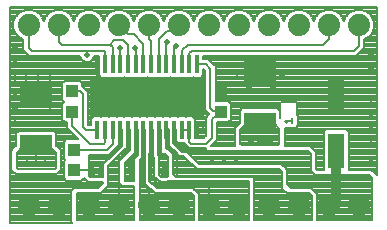
<source format=gtl>
G75*
G70*
%OFA0B0*%
%FSLAX24Y24*%
%IPPOS*%
%LPD*%
%AMOC8*
5,1,8,0,0,1.08239X$1,22.5*
%
%ADD10C,0.0740*%
%ADD11R,0.0118X0.0630*%
%ADD12R,0.3819X0.1339*%
%ADD13R,0.0394X0.0433*%
%ADD14R,0.1063X0.0709*%
%ADD15R,0.0551X0.1181*%
%ADD16C,0.0080*%
%ADD17C,0.0198*%
%ADD18C,0.0160*%
%ADD19C,0.0320*%
%ADD20C,0.0240*%
D10*
X000955Y001550D03*
X001955Y001550D03*
X002955Y001550D03*
X003955Y001550D03*
X004955Y001550D03*
X005955Y001550D03*
X006955Y001550D03*
X007955Y001550D03*
X008955Y001550D03*
X009955Y001550D03*
X010955Y001550D03*
X011955Y001550D03*
X011955Y007550D03*
X010955Y007550D03*
X009955Y007550D03*
X008955Y007550D03*
X007955Y007550D03*
X006955Y007550D03*
X005955Y007550D03*
X004955Y007550D03*
X003955Y007550D03*
X002955Y007550D03*
X001955Y007550D03*
X000955Y007550D03*
D11*
X003242Y006252D03*
X003498Y006252D03*
X003753Y006252D03*
X004009Y006252D03*
X004265Y006252D03*
X004521Y006252D03*
X004777Y006252D03*
X005033Y006252D03*
X005289Y006252D03*
X005545Y006252D03*
X005801Y006252D03*
X006057Y006252D03*
X006312Y006252D03*
X006568Y006252D03*
X006568Y004048D03*
X006312Y004048D03*
X006057Y004048D03*
X005801Y004048D03*
X005545Y004048D03*
X005289Y004048D03*
X005033Y004048D03*
X004777Y004048D03*
X004521Y004048D03*
X004265Y004048D03*
X004009Y004048D03*
X003753Y004048D03*
X003498Y004048D03*
X003242Y004048D03*
D12*
X004905Y005150D03*
D13*
X007355Y005335D03*
X007355Y004665D03*
X002405Y004665D03*
X002405Y005335D03*
X002455Y003385D03*
X002455Y002715D03*
D14*
X001205Y003534D03*
X001205Y005266D03*
X008655Y006016D03*
X008655Y004284D03*
D15*
X011205Y003355D03*
X011205Y005245D03*
D16*
X000345Y008160D02*
X000345Y000940D01*
X002410Y000940D01*
X002375Y000975D01*
X002375Y002025D01*
X002480Y002130D01*
X003280Y002130D01*
X003425Y002275D01*
X003425Y002320D01*
X003424Y002320D01*
X003403Y002311D01*
X003307Y002311D01*
X003286Y002320D01*
X003124Y002320D01*
X003103Y002311D01*
X003007Y002311D01*
X002986Y002320D01*
X002930Y002320D01*
X002825Y002425D01*
X002792Y002459D01*
X002792Y002441D01*
X002710Y002359D01*
X002200Y002359D01*
X002118Y002441D01*
X002118Y002990D01*
X002178Y003050D01*
X002118Y003110D01*
X002118Y003659D01*
X002200Y003741D01*
X002609Y003741D01*
X002330Y004020D01*
X002330Y004020D01*
X002225Y004125D01*
X002225Y004309D01*
X002150Y004309D01*
X002068Y004391D01*
X002068Y004940D01*
X002128Y005000D01*
X002068Y005060D01*
X002068Y005609D01*
X002150Y005691D01*
X002660Y005691D01*
X002742Y005609D01*
X002742Y005518D01*
X002835Y005425D01*
X002935Y005325D01*
X002935Y004228D01*
X003043Y004228D01*
X003043Y004421D01*
X003125Y004503D01*
X003359Y004503D01*
X003370Y004492D01*
X003380Y004503D01*
X003615Y004503D01*
X003625Y004492D01*
X003636Y004503D01*
X003870Y004503D01*
X003881Y004492D01*
X003892Y004503D01*
X004126Y004503D01*
X004137Y004492D01*
X004148Y004503D01*
X004382Y004503D01*
X004393Y004492D01*
X004404Y004503D01*
X004638Y004503D01*
X004649Y004492D01*
X004660Y004503D01*
X004894Y004503D01*
X004905Y004492D01*
X004916Y004503D01*
X005150Y004503D01*
X005161Y004492D01*
X005172Y004503D01*
X005406Y004503D01*
X005417Y004492D01*
X005428Y004503D01*
X005662Y004503D01*
X005673Y004492D01*
X005684Y004503D01*
X005918Y004503D01*
X005929Y004492D01*
X005940Y004503D01*
X006174Y004503D01*
X006185Y004492D01*
X006195Y004503D01*
X006430Y004503D01*
X006512Y004421D01*
X006512Y003780D01*
X006780Y003780D01*
X006875Y003875D01*
X006875Y004350D01*
X006869Y004357D01*
X006875Y004424D01*
X006875Y004490D01*
X006882Y004497D01*
X006882Y004506D01*
X006933Y004548D01*
X006968Y004583D01*
X006925Y004625D01*
X006825Y004725D01*
X002935Y004725D01*
X002935Y004647D02*
X006904Y004647D01*
X006953Y004568D02*
X002935Y004568D01*
X002935Y004490D02*
X003111Y004490D01*
X003043Y004411D02*
X002935Y004411D01*
X002935Y004333D02*
X003043Y004333D01*
X003043Y004254D02*
X002935Y004254D01*
X002755Y004150D02*
X002755Y005250D01*
X002655Y005350D01*
X002470Y005350D01*
X002405Y005335D01*
X002068Y005353D02*
X000345Y005353D01*
X000345Y005275D02*
X002068Y005275D01*
X002068Y005196D02*
X000345Y005196D01*
X000345Y005118D02*
X002068Y005118D01*
X002089Y005039D02*
X000345Y005039D01*
X000345Y004961D02*
X002089Y004961D01*
X002068Y004882D02*
X000345Y004882D01*
X000345Y004804D02*
X002068Y004804D01*
X002068Y004725D02*
X000345Y004725D01*
X000345Y004647D02*
X002068Y004647D01*
X002068Y004568D02*
X000345Y004568D01*
X000345Y004490D02*
X002068Y004490D01*
X002068Y004411D02*
X000345Y004411D01*
X000345Y004333D02*
X002126Y004333D01*
X002225Y004254D02*
X000345Y004254D01*
X000345Y004176D02*
X002225Y004176D01*
X002253Y004097D02*
X000345Y004097D01*
X000345Y004019D02*
X000606Y004019D01*
X000616Y004028D02*
X000534Y003946D01*
X000534Y003533D01*
X000480Y003480D01*
X000375Y003375D01*
X000375Y002725D01*
X000530Y002570D01*
X001880Y002570D01*
X001930Y002620D01*
X002035Y002725D01*
X002035Y003375D01*
X001885Y003525D01*
X001876Y003533D01*
X001876Y003946D01*
X001794Y004028D01*
X000616Y004028D01*
X000534Y003940D02*
X000345Y003940D01*
X000345Y003862D02*
X000534Y003862D01*
X000534Y003783D02*
X000345Y003783D01*
X000345Y003705D02*
X000534Y003705D01*
X000534Y003626D02*
X000345Y003626D01*
X000345Y003548D02*
X000534Y003548D01*
X000469Y003469D02*
X000345Y003469D01*
X000345Y003391D02*
X000391Y003391D01*
X000375Y003312D02*
X000345Y003312D01*
X000345Y003234D02*
X000375Y003234D01*
X000375Y003155D02*
X000345Y003155D01*
X000345Y003077D02*
X000375Y003077D01*
X000375Y002998D02*
X000345Y002998D01*
X000345Y002920D02*
X000375Y002920D01*
X000375Y002841D02*
X000345Y002841D01*
X000345Y002763D02*
X000375Y002763D01*
X000345Y002684D02*
X000416Y002684D01*
X000345Y002606D02*
X000495Y002606D01*
X000345Y002527D02*
X002118Y002527D01*
X002118Y002449D02*
X000345Y002449D01*
X000345Y002370D02*
X002189Y002370D01*
X002118Y002606D02*
X001915Y002606D01*
X001930Y002620D02*
X001930Y002620D01*
X001994Y002684D02*
X002118Y002684D01*
X002118Y002763D02*
X002035Y002763D01*
X002035Y002841D02*
X002118Y002841D01*
X002118Y002920D02*
X002035Y002920D01*
X002035Y002998D02*
X002126Y002998D01*
X002152Y003077D02*
X002035Y003077D01*
X002035Y003155D02*
X002118Y003155D01*
X002118Y003234D02*
X002035Y003234D01*
X002035Y003312D02*
X002118Y003312D01*
X002118Y003391D02*
X002019Y003391D01*
X001941Y003469D02*
X002118Y003469D01*
X002118Y003548D02*
X001876Y003548D01*
X001876Y003626D02*
X002118Y003626D01*
X002163Y003705D02*
X001876Y003705D01*
X001876Y003783D02*
X002567Y003783D01*
X002489Y003862D02*
X001876Y003862D01*
X001876Y003940D02*
X002410Y003940D01*
X002332Y004019D02*
X001804Y004019D01*
X002405Y004200D02*
X002405Y004665D01*
X002935Y004804D02*
X006825Y004804D01*
X006825Y004882D02*
X002935Y004882D01*
X002935Y004961D02*
X006825Y004961D01*
X006825Y005039D02*
X002935Y005039D01*
X002935Y005118D02*
X006825Y005118D01*
X006825Y005196D02*
X002935Y005196D01*
X002935Y005275D02*
X006825Y005275D01*
X006825Y005353D02*
X002907Y005353D01*
X002828Y005432D02*
X006825Y005432D01*
X006825Y005510D02*
X002750Y005510D01*
X002742Y005589D02*
X006825Y005589D01*
X006825Y005667D02*
X002684Y005667D01*
X002126Y005667D02*
X000345Y005667D01*
X000345Y005589D02*
X002068Y005589D01*
X002068Y005510D02*
X000345Y005510D01*
X000345Y005432D02*
X002068Y005432D01*
X003242Y005789D02*
X003368Y005662D01*
X003380Y005797D02*
X003615Y005797D01*
X003625Y005808D01*
X003636Y005797D01*
X003870Y005797D01*
X003881Y005808D01*
X003892Y005797D01*
X004126Y005797D01*
X004137Y005808D01*
X004148Y005797D01*
X004382Y005797D01*
X004393Y005808D01*
X004404Y005797D01*
X004638Y005797D01*
X004649Y005808D01*
X004660Y005797D01*
X004894Y005797D01*
X004905Y005808D01*
X004916Y005797D01*
X005150Y005797D01*
X005161Y005808D01*
X005172Y005797D01*
X005406Y005797D01*
X005417Y005808D01*
X005428Y005797D01*
X005662Y005797D01*
X005673Y005808D01*
X005684Y005797D01*
X005918Y005797D01*
X005929Y005808D01*
X005940Y005797D01*
X006174Y005797D01*
X006185Y005808D01*
X006195Y005797D01*
X006430Y005797D01*
X006440Y005808D01*
X006451Y005797D01*
X006685Y005797D01*
X006767Y005879D01*
X006767Y006072D01*
X006778Y006072D01*
X006825Y006025D01*
X006825Y004725D01*
X007005Y004800D02*
X007105Y004700D01*
X007270Y004700D01*
X007355Y004665D01*
X007055Y004415D01*
X007055Y003800D01*
X006855Y003600D01*
X006355Y003600D01*
X006312Y003643D01*
X006312Y004048D01*
X006057Y004048D01*
X006512Y004019D02*
X006875Y004019D01*
X006875Y004097D02*
X006512Y004097D01*
X006568Y004048D02*
X006753Y004048D01*
X006755Y004050D01*
X006875Y003940D02*
X006512Y003940D01*
X006512Y003862D02*
X006862Y003862D01*
X006783Y003783D02*
X006512Y003783D01*
X006152Y003603D02*
X006152Y003576D01*
X006195Y003534D01*
X006289Y003440D01*
X006815Y003440D01*
X006905Y003350D01*
X010255Y003350D01*
X010355Y003250D01*
X010355Y002700D01*
X010505Y002550D01*
X012305Y002550D01*
X012405Y002450D01*
X012405Y001050D01*
X010565Y001050D01*
X010565Y001916D01*
X010465Y002016D01*
X010371Y002110D01*
X009695Y002110D01*
X009565Y002240D01*
X009565Y002716D01*
X009555Y002726D01*
X009555Y002750D01*
X009405Y002900D01*
X009381Y002900D01*
X009371Y002910D01*
X006645Y002910D01*
X006205Y003350D01*
X006181Y003350D01*
X006171Y003360D01*
X006071Y003360D01*
X005865Y003566D01*
X005781Y003650D01*
X005910Y003650D01*
X005948Y003613D01*
X006142Y003613D01*
X006152Y003603D01*
X006181Y003548D02*
X005884Y003548D01*
X005934Y003626D02*
X005805Y003626D01*
X005672Y003500D02*
X005855Y003317D01*
X005972Y003200D01*
X006105Y003200D01*
X006555Y002750D01*
X009305Y002750D01*
X009405Y002650D01*
X009405Y002100D01*
X009555Y001950D01*
X010305Y001950D01*
X010405Y001850D01*
X010405Y001050D01*
X008455Y001050D01*
X008455Y002500D01*
X005855Y002500D01*
X005755Y002600D01*
X005755Y003250D01*
X005555Y003450D01*
X005605Y003500D01*
X005672Y003500D01*
X005703Y003469D02*
X005574Y003469D01*
X005555Y003500D02*
X005905Y003150D01*
X005905Y002550D01*
X005828Y002527D02*
X009405Y002527D01*
X009405Y002449D02*
X008455Y002449D01*
X008455Y002370D02*
X009405Y002370D01*
X009405Y002292D02*
X008455Y002292D01*
X008455Y002213D02*
X009405Y002213D01*
X009405Y002135D02*
X008455Y002135D01*
X008455Y002056D02*
X009449Y002056D01*
X009527Y001978D02*
X008455Y001978D01*
X008455Y001899D02*
X010356Y001899D01*
X010405Y001821D02*
X008455Y001821D01*
X008455Y001742D02*
X010405Y001742D01*
X010405Y001664D02*
X008455Y001664D01*
X008455Y001585D02*
X010405Y001585D01*
X010405Y001507D02*
X008455Y001507D01*
X008455Y001428D02*
X010405Y001428D01*
X010405Y001350D02*
X008455Y001350D01*
X008455Y001271D02*
X010405Y001271D01*
X010405Y001193D02*
X008455Y001193D01*
X008455Y001114D02*
X010405Y001114D01*
X010565Y001114D02*
X012405Y001114D01*
X012405Y001193D02*
X010565Y001193D01*
X010565Y001271D02*
X012405Y001271D01*
X012405Y001350D02*
X010565Y001350D01*
X010565Y001428D02*
X012405Y001428D01*
X012405Y001507D02*
X010565Y001507D01*
X010565Y001585D02*
X012405Y001585D01*
X012405Y001664D02*
X010565Y001664D01*
X010565Y001742D02*
X012405Y001742D01*
X012405Y001821D02*
X010565Y001821D01*
X010565Y001899D02*
X012405Y001899D01*
X012405Y001978D02*
X010504Y001978D01*
X010425Y002056D02*
X012405Y002056D01*
X012405Y002135D02*
X009670Y002135D01*
X009592Y002213D02*
X012405Y002213D01*
X012405Y002292D02*
X009565Y002292D01*
X009565Y002370D02*
X012405Y002370D01*
X012405Y002449D02*
X009565Y002449D01*
X009565Y002527D02*
X012328Y002527D01*
X012504Y002606D02*
X012565Y002606D01*
X012565Y002545D02*
X012485Y002625D01*
X012380Y002730D01*
X011621Y002730D01*
X011621Y004004D01*
X011539Y004086D01*
X010871Y004086D01*
X010789Y004004D01*
X010789Y002730D01*
X010580Y002730D01*
X010535Y002775D01*
X010535Y003325D01*
X010435Y003425D01*
X010330Y003530D01*
X009485Y003530D01*
X009485Y004118D01*
X009502Y004101D01*
X009651Y004101D01*
X009656Y004107D01*
X009662Y004101D01*
X009811Y004101D01*
X009832Y004123D01*
X009872Y004123D01*
X009895Y004146D01*
X009895Y004186D01*
X009916Y004207D01*
X009916Y004516D01*
X009895Y004537D01*
X009895Y004967D01*
X009872Y004990D01*
X009366Y004990D01*
X009343Y004967D01*
X009343Y004462D01*
X009326Y004446D01*
X009326Y004696D01*
X009244Y004778D01*
X008066Y004778D01*
X007984Y004696D01*
X007984Y004283D01*
X007825Y004125D01*
X007825Y003530D01*
X007040Y003530D01*
X007130Y003620D01*
X007235Y003725D01*
X007235Y004309D01*
X007610Y004309D01*
X007692Y004391D01*
X007692Y004940D01*
X007610Y005022D01*
X007185Y005022D01*
X007185Y006175D01*
X007080Y006280D01*
X006927Y006432D01*
X006767Y006432D01*
X006767Y006520D01*
X011880Y006520D01*
X012030Y006670D01*
X012135Y006775D01*
X012135Y007073D01*
X012244Y007118D01*
X012387Y007261D01*
X012465Y007449D01*
X012465Y007651D01*
X012387Y007839D01*
X012244Y007982D01*
X012056Y008060D01*
X011854Y008060D01*
X011666Y007982D01*
X011523Y007839D01*
X011455Y007676D01*
X011387Y007839D01*
X011244Y007982D01*
X011056Y008060D01*
X010854Y008060D01*
X010666Y007982D01*
X010523Y007839D01*
X010455Y007676D01*
X010387Y007839D01*
X010244Y007982D01*
X010056Y008060D01*
X009854Y008060D01*
X009666Y007982D01*
X009523Y007839D01*
X009455Y007676D01*
X009387Y007839D01*
X009244Y007982D01*
X009056Y008060D01*
X008854Y008060D01*
X008666Y007982D01*
X008523Y007839D01*
X008455Y007676D01*
X008387Y007839D01*
X008244Y007982D01*
X008056Y008060D01*
X007854Y008060D01*
X007666Y007982D01*
X007523Y007839D01*
X007455Y007676D01*
X007387Y007839D01*
X007244Y007982D01*
X007056Y008060D01*
X006854Y008060D01*
X006666Y007982D01*
X006523Y007839D01*
X006455Y007676D01*
X006387Y007839D01*
X006244Y007982D01*
X006056Y008060D01*
X005854Y008060D01*
X005666Y007982D01*
X005523Y007839D01*
X005455Y007676D01*
X005387Y007839D01*
X005244Y007982D01*
X005056Y008060D01*
X004854Y008060D01*
X004666Y007982D01*
X004523Y007839D01*
X004455Y007676D01*
X004387Y007839D01*
X004244Y007982D01*
X004056Y008060D01*
X003854Y008060D01*
X003666Y007982D01*
X003523Y007839D01*
X003455Y007676D01*
X003387Y007839D01*
X003244Y007982D01*
X003056Y008060D01*
X002854Y008060D01*
X002666Y007982D01*
X002523Y007839D01*
X002455Y007676D01*
X002387Y007839D01*
X002244Y007982D01*
X002056Y008060D01*
X001854Y008060D01*
X001666Y007982D01*
X001523Y007839D01*
X001455Y007676D01*
X001387Y007839D01*
X001244Y007982D01*
X001056Y008060D01*
X000854Y008060D01*
X000666Y007982D01*
X000523Y007839D01*
X000445Y007651D01*
X000445Y007449D01*
X000523Y007261D01*
X000666Y007118D01*
X000775Y007073D01*
X000775Y006725D01*
X000880Y006620D01*
X000980Y006520D01*
X002666Y006520D01*
X002666Y006502D01*
X002702Y006415D01*
X002770Y006347D01*
X002857Y006311D01*
X002953Y006311D01*
X003040Y006347D01*
X003108Y006415D01*
X003144Y006502D01*
X003144Y006520D01*
X003298Y006520D01*
X003298Y005879D01*
X003380Y005797D01*
X003354Y005824D02*
X000345Y005824D01*
X000345Y005746D02*
X006825Y005746D01*
X006825Y005824D02*
X006712Y005824D01*
X006767Y005903D02*
X006825Y005903D01*
X006825Y005981D02*
X006767Y005981D01*
X006767Y006060D02*
X006791Y006060D01*
X006853Y006252D02*
X007005Y006100D01*
X007005Y004800D01*
X007185Y005039D02*
X012565Y005039D01*
X012565Y004961D02*
X009895Y004961D01*
X009895Y004882D02*
X012565Y004882D01*
X012565Y004804D02*
X009895Y004804D01*
X009895Y004725D02*
X012565Y004725D01*
X012565Y004647D02*
X009895Y004647D01*
X009895Y004568D02*
X012565Y004568D01*
X012565Y004490D02*
X009916Y004490D01*
X009916Y004411D02*
X012565Y004411D01*
X012565Y004333D02*
X009916Y004333D01*
X009916Y004254D02*
X012565Y004254D01*
X012565Y004176D02*
X009895Y004176D01*
X009736Y004281D02*
X009736Y004441D01*
X009736Y004361D02*
X009496Y004361D01*
X009576Y004281D01*
X009485Y004097D02*
X012565Y004097D01*
X012565Y004019D02*
X011606Y004019D01*
X011621Y003940D02*
X012565Y003940D01*
X012565Y003862D02*
X011621Y003862D01*
X011621Y003783D02*
X012565Y003783D01*
X012565Y003705D02*
X011621Y003705D01*
X011621Y003626D02*
X012565Y003626D01*
X012565Y003548D02*
X011621Y003548D01*
X011621Y003469D02*
X012565Y003469D01*
X012565Y003391D02*
X011621Y003391D01*
X011621Y003312D02*
X012565Y003312D01*
X012565Y003234D02*
X011621Y003234D01*
X011621Y003155D02*
X012565Y003155D01*
X012565Y003077D02*
X011621Y003077D01*
X011621Y002998D02*
X012565Y002998D01*
X012565Y002920D02*
X011621Y002920D01*
X011621Y002841D02*
X012565Y002841D01*
X012565Y002763D02*
X011621Y002763D01*
X012426Y002684D02*
X012565Y002684D01*
X012565Y002545D02*
X012565Y008160D01*
X000345Y008160D01*
X000345Y008101D02*
X012565Y008101D01*
X012565Y008022D02*
X012148Y008022D01*
X012283Y007944D02*
X012565Y007944D01*
X012565Y007865D02*
X012361Y007865D01*
X012409Y007787D02*
X012565Y007787D01*
X012565Y007708D02*
X012442Y007708D01*
X012465Y007630D02*
X012565Y007630D01*
X012565Y007551D02*
X012465Y007551D01*
X012465Y007473D02*
X012565Y007473D01*
X012565Y007394D02*
X012442Y007394D01*
X012410Y007316D02*
X012565Y007316D01*
X012565Y007237D02*
X012363Y007237D01*
X012285Y007159D02*
X012565Y007159D01*
X012565Y007080D02*
X012153Y007080D01*
X012135Y007002D02*
X012565Y007002D01*
X012565Y006923D02*
X012135Y006923D01*
X012135Y006845D02*
X012565Y006845D01*
X012565Y006766D02*
X012126Y006766D01*
X012047Y006688D02*
X012565Y006688D01*
X012565Y006609D02*
X011969Y006609D01*
X011890Y006531D02*
X012565Y006531D01*
X012565Y006452D02*
X006767Y006452D01*
X006853Y006252D02*
X006568Y006252D01*
X006312Y006252D02*
X006312Y006607D01*
X006405Y006700D01*
X011805Y006700D01*
X011955Y006850D01*
X011955Y007550D01*
X011468Y007708D02*
X011442Y007708D01*
X011409Y007787D02*
X011501Y007787D01*
X011549Y007865D02*
X011361Y007865D01*
X011283Y007944D02*
X011627Y007944D01*
X011762Y008022D02*
X011148Y008022D01*
X010762Y008022D02*
X010148Y008022D01*
X010283Y007944D02*
X010627Y007944D01*
X010549Y007865D02*
X010361Y007865D01*
X010409Y007787D02*
X010501Y007787D01*
X010468Y007708D02*
X010442Y007708D01*
X010955Y007550D02*
X010955Y007100D01*
X010755Y006900D01*
X006255Y006900D01*
X006057Y006702D01*
X006057Y006252D01*
X005801Y006252D02*
X005801Y006796D01*
X005855Y006850D01*
X005555Y007000D02*
X005545Y006990D01*
X005545Y006252D01*
X005289Y006252D02*
X005289Y007084D01*
X005555Y007350D01*
X005755Y007350D01*
X005955Y007550D01*
X005501Y007787D02*
X005409Y007787D01*
X005442Y007708D02*
X005468Y007708D01*
X005549Y007865D02*
X005361Y007865D01*
X005283Y007944D02*
X005627Y007944D01*
X005762Y008022D02*
X005148Y008022D01*
X004762Y008022D02*
X004148Y008022D01*
X004283Y007944D02*
X004627Y007944D01*
X004549Y007865D02*
X004361Y007865D01*
X004409Y007787D02*
X004501Y007787D01*
X004468Y007708D02*
X004442Y007708D01*
X004255Y007250D02*
X003955Y007550D01*
X004255Y007250D02*
X004455Y007250D01*
X004777Y006928D01*
X004777Y006252D01*
X004521Y006252D02*
X004521Y006784D01*
X004505Y006800D01*
X004265Y006890D02*
X004105Y007050D01*
X003805Y007050D01*
X003655Y006900D01*
X002055Y006900D01*
X001955Y007000D01*
X001955Y007550D01*
X002442Y007708D02*
X002468Y007708D01*
X002501Y007787D02*
X002409Y007787D01*
X002361Y007865D02*
X002549Y007865D01*
X002627Y007944D02*
X002283Y007944D01*
X002148Y008022D02*
X002762Y008022D01*
X003148Y008022D02*
X003762Y008022D01*
X003627Y007944D02*
X003283Y007944D01*
X003361Y007865D02*
X003549Y007865D01*
X003501Y007787D02*
X003409Y007787D01*
X003442Y007708D02*
X003468Y007708D01*
X003655Y006900D02*
X003753Y006802D01*
X003753Y006252D01*
X003498Y006252D02*
X003498Y006657D01*
X003455Y006700D01*
X002905Y006700D01*
X002905Y006550D01*
X003123Y006452D02*
X003298Y006452D01*
X003298Y006374D02*
X003067Y006374D01*
X003242Y006252D02*
X003242Y005789D01*
X003298Y005903D02*
X000345Y005903D01*
X000345Y005981D02*
X003298Y005981D01*
X003298Y006060D02*
X000345Y006060D01*
X000345Y006138D02*
X003298Y006138D01*
X003298Y006217D02*
X000345Y006217D01*
X000345Y006295D02*
X003298Y006295D01*
X002743Y006374D02*
X000345Y006374D01*
X000345Y006452D02*
X002687Y006452D01*
X002905Y006700D02*
X001055Y006700D01*
X000955Y006800D01*
X000955Y007550D01*
X001409Y007787D02*
X001501Y007787D01*
X001468Y007708D02*
X001442Y007708D01*
X001361Y007865D02*
X001549Y007865D01*
X001627Y007944D02*
X001283Y007944D01*
X001148Y008022D02*
X001762Y008022D01*
X000762Y008022D02*
X000345Y008022D01*
X000345Y007944D02*
X000627Y007944D01*
X000549Y007865D02*
X000345Y007865D01*
X000345Y007787D02*
X000501Y007787D01*
X000468Y007708D02*
X000345Y007708D01*
X000345Y007630D02*
X000445Y007630D01*
X000445Y007551D02*
X000345Y007551D01*
X000345Y007473D02*
X000445Y007473D01*
X000468Y007394D02*
X000345Y007394D01*
X000345Y007316D02*
X000500Y007316D01*
X000547Y007237D02*
X000345Y007237D01*
X000345Y007159D02*
X000625Y007159D01*
X000757Y007080D02*
X000345Y007080D01*
X000345Y007002D02*
X000775Y007002D01*
X000775Y006923D02*
X000345Y006923D01*
X000345Y006845D02*
X000775Y006845D01*
X000775Y006766D02*
X000345Y006766D01*
X000345Y006688D02*
X000813Y006688D01*
X000891Y006609D02*
X000345Y006609D01*
X000345Y006531D02*
X000970Y006531D01*
X004005Y006800D02*
X004009Y006796D01*
X004009Y006252D01*
X004265Y006252D02*
X004265Y006890D01*
X004955Y007100D02*
X005033Y007022D01*
X005033Y006252D01*
X004955Y007100D02*
X004955Y007550D01*
X006148Y008022D02*
X006762Y008022D01*
X006627Y007944D02*
X006283Y007944D01*
X006361Y007865D02*
X006549Y007865D01*
X006501Y007787D02*
X006409Y007787D01*
X006442Y007708D02*
X006468Y007708D01*
X007148Y008022D02*
X007762Y008022D01*
X007627Y007944D02*
X007283Y007944D01*
X007361Y007865D02*
X007549Y007865D01*
X007501Y007787D02*
X007409Y007787D01*
X007442Y007708D02*
X007468Y007708D01*
X008148Y008022D02*
X008762Y008022D01*
X008627Y007944D02*
X008283Y007944D01*
X008361Y007865D02*
X008549Y007865D01*
X008501Y007787D02*
X008409Y007787D01*
X008442Y007708D02*
X008468Y007708D01*
X009148Y008022D02*
X009762Y008022D01*
X009627Y007944D02*
X009283Y007944D01*
X009361Y007865D02*
X009549Y007865D01*
X009501Y007787D02*
X009409Y007787D01*
X009442Y007708D02*
X009468Y007708D01*
X007143Y006217D02*
X012565Y006217D01*
X012565Y006295D02*
X007065Y006295D01*
X006986Y006374D02*
X012565Y006374D01*
X012565Y006138D02*
X007185Y006138D01*
X007185Y006060D02*
X012565Y006060D01*
X012565Y005981D02*
X007185Y005981D01*
X007185Y005903D02*
X012565Y005903D01*
X012565Y005824D02*
X007185Y005824D01*
X007185Y005746D02*
X012565Y005746D01*
X012565Y005667D02*
X007185Y005667D01*
X007185Y005589D02*
X012565Y005589D01*
X012565Y005510D02*
X007185Y005510D01*
X007185Y005432D02*
X012565Y005432D01*
X012565Y005353D02*
X007185Y005353D01*
X007185Y005275D02*
X012565Y005275D01*
X012565Y005196D02*
X007185Y005196D01*
X007185Y005118D02*
X012565Y005118D01*
X010804Y004019D02*
X009485Y004019D01*
X009485Y003940D02*
X010789Y003940D01*
X010789Y003862D02*
X009485Y003862D01*
X009485Y003783D02*
X010789Y003783D01*
X010789Y003705D02*
X009485Y003705D01*
X009485Y003626D02*
X010789Y003626D01*
X010789Y003548D02*
X009485Y003548D01*
X009305Y003600D02*
X009255Y003550D01*
X008055Y003550D01*
X008005Y003600D01*
X008005Y004050D01*
X008205Y004250D01*
X009155Y004250D01*
X009305Y004100D01*
X009305Y003600D01*
X009305Y003626D02*
X008005Y003626D01*
X008005Y003705D02*
X009305Y003705D01*
X009305Y003783D02*
X008005Y003783D01*
X008005Y003862D02*
X009305Y003862D01*
X009305Y003940D02*
X008005Y003940D01*
X008005Y004019D02*
X009305Y004019D01*
X009305Y004097D02*
X008052Y004097D01*
X008131Y004176D02*
X009229Y004176D01*
X009326Y004490D02*
X009343Y004490D01*
X009343Y004568D02*
X009326Y004568D01*
X009326Y004647D02*
X009343Y004647D01*
X009343Y004725D02*
X009298Y004725D01*
X009343Y004804D02*
X007692Y004804D01*
X007692Y004882D02*
X009343Y004882D01*
X009343Y004961D02*
X007671Y004961D01*
X007692Y004725D02*
X008012Y004725D01*
X007984Y004647D02*
X007692Y004647D01*
X007692Y004568D02*
X007984Y004568D01*
X007984Y004490D02*
X007692Y004490D01*
X007692Y004411D02*
X007984Y004411D01*
X007984Y004333D02*
X007634Y004333D01*
X007876Y004176D02*
X007235Y004176D01*
X007235Y004254D02*
X007954Y004254D01*
X007825Y004097D02*
X007235Y004097D01*
X007235Y004019D02*
X007825Y004019D01*
X007825Y003940D02*
X007235Y003940D01*
X007235Y003862D02*
X007825Y003862D01*
X007825Y003783D02*
X007235Y003783D01*
X007214Y003705D02*
X007825Y003705D01*
X007825Y003626D02*
X007136Y003626D01*
X007057Y003548D02*
X007825Y003548D01*
X006864Y003391D02*
X006041Y003391D01*
X005962Y003469D02*
X006260Y003469D01*
X006243Y003312D02*
X010293Y003312D01*
X010355Y003234D02*
X006321Y003234D01*
X006400Y003155D02*
X010355Y003155D01*
X010355Y003077D02*
X006478Y003077D01*
X006557Y002998D02*
X010355Y002998D01*
X010355Y002920D02*
X006635Y002920D01*
X006464Y002841D02*
X005755Y002841D01*
X005755Y002763D02*
X006542Y002763D01*
X006385Y002920D02*
X005755Y002920D01*
X005755Y002998D02*
X006307Y002998D01*
X006228Y003077D02*
X005755Y003077D01*
X005755Y003155D02*
X006150Y003155D01*
X005939Y003234D02*
X005755Y003234D01*
X005693Y003312D02*
X005860Y003312D01*
X005782Y003391D02*
X005614Y003391D01*
X005505Y003250D02*
X005405Y003250D01*
X005355Y003300D01*
X005305Y003250D01*
X005305Y002550D01*
X005355Y002500D01*
X005555Y002500D01*
X005605Y002550D01*
X005605Y003150D01*
X005505Y003250D01*
X005521Y003234D02*
X005305Y003234D01*
X005305Y003155D02*
X005600Y003155D01*
X005605Y003077D02*
X005305Y003077D01*
X005305Y002998D02*
X005605Y002998D01*
X005605Y002920D02*
X005305Y002920D01*
X005305Y002841D02*
X005605Y002841D01*
X005605Y002763D02*
X005305Y002763D01*
X005305Y002684D02*
X005605Y002684D01*
X005605Y002606D02*
X005305Y002606D01*
X005328Y002527D02*
X005582Y002527D01*
X005631Y002350D02*
X005779Y002350D01*
X005789Y002340D01*
X008295Y002340D01*
X008295Y001050D01*
X006615Y001050D01*
X006615Y001916D01*
X006515Y002016D01*
X006421Y002110D01*
X005221Y002110D01*
X004977Y002354D01*
X004977Y003278D01*
X005145Y003110D01*
X005145Y002484D01*
X005195Y002434D01*
X005289Y002340D01*
X005355Y002340D01*
X005364Y002331D01*
X005546Y002331D01*
X005555Y002340D01*
X005621Y002340D01*
X005631Y002350D01*
X005355Y002150D02*
X005033Y002472D01*
X005033Y003072D01*
X004977Y003077D02*
X005145Y003077D01*
X005145Y002998D02*
X004977Y002998D01*
X004977Y002920D02*
X005145Y002920D01*
X005145Y002841D02*
X004977Y002841D01*
X004977Y002763D02*
X005145Y002763D01*
X005145Y002684D02*
X004977Y002684D01*
X004977Y002606D02*
X005145Y002606D01*
X005145Y002527D02*
X004977Y002527D01*
X004977Y002449D02*
X005180Y002449D01*
X005259Y002370D02*
X004977Y002370D01*
X005040Y002292D02*
X008295Y002292D01*
X008295Y002213D02*
X005118Y002213D01*
X005197Y002135D02*
X008295Y002135D01*
X008295Y002056D02*
X006475Y002056D01*
X006554Y001978D02*
X008295Y001978D01*
X008295Y001899D02*
X006615Y001899D01*
X006615Y001821D02*
X008295Y001821D01*
X008295Y001742D02*
X006615Y001742D01*
X006615Y001664D02*
X008295Y001664D01*
X008295Y001585D02*
X006615Y001585D01*
X006615Y001507D02*
X008295Y001507D01*
X008295Y001428D02*
X006615Y001428D01*
X006615Y001350D02*
X008295Y001350D01*
X008295Y001271D02*
X006615Y001271D01*
X006615Y001193D02*
X008295Y001193D01*
X008295Y001114D02*
X006615Y001114D01*
X006455Y001114D02*
X004655Y001114D01*
X004655Y001050D02*
X004655Y003050D01*
X004805Y003200D01*
X004805Y002300D01*
X005155Y001950D01*
X006355Y001950D01*
X006455Y001850D01*
X006455Y001050D01*
X004655Y001050D01*
X004455Y001050D02*
X002555Y001050D01*
X002555Y001950D01*
X003355Y001950D01*
X003605Y002200D01*
X003605Y002850D01*
X004205Y003450D01*
X004305Y003450D01*
X004305Y003355D01*
X004275Y003325D01*
X004269Y003319D01*
X004264Y003319D01*
X004136Y003191D01*
X004136Y003186D01*
X004080Y003130D01*
X003975Y003025D01*
X003975Y002275D01*
X004080Y002170D01*
X004435Y002170D01*
X004455Y002150D01*
X004455Y001050D01*
X004455Y001114D02*
X002555Y001114D01*
X002555Y001193D02*
X004455Y001193D01*
X004455Y001271D02*
X002555Y001271D01*
X002555Y001350D02*
X004455Y001350D01*
X004455Y001428D02*
X002555Y001428D01*
X002555Y001507D02*
X004455Y001507D01*
X004455Y001585D02*
X002555Y001585D01*
X002555Y001664D02*
X004455Y001664D01*
X004455Y001742D02*
X002555Y001742D01*
X002555Y001821D02*
X004455Y001821D01*
X004455Y001899D02*
X002555Y001899D01*
X002375Y001899D02*
X000345Y001899D01*
X000345Y001821D02*
X002375Y001821D01*
X002375Y001742D02*
X000345Y001742D01*
X000345Y001664D02*
X002375Y001664D01*
X002375Y001585D02*
X000345Y001585D01*
X000345Y001507D02*
X002375Y001507D01*
X002375Y001428D02*
X000345Y001428D01*
X000345Y001350D02*
X002375Y001350D01*
X002375Y001271D02*
X000345Y001271D01*
X000345Y001193D02*
X002375Y001193D01*
X002375Y001114D02*
X000345Y001114D01*
X000345Y001036D02*
X002375Y001036D01*
X002393Y000957D02*
X000345Y000957D01*
X000345Y001978D02*
X002375Y001978D01*
X002406Y002056D02*
X000345Y002056D01*
X000345Y002135D02*
X003285Y002135D01*
X003363Y002213D02*
X000345Y002213D01*
X000345Y002292D02*
X003425Y002292D01*
X003605Y002292D02*
X003975Y002292D01*
X003975Y002370D02*
X003605Y002370D01*
X003605Y002449D02*
X003975Y002449D01*
X003975Y002527D02*
X003605Y002527D01*
X003605Y002606D02*
X003975Y002606D01*
X003975Y002684D02*
X003605Y002684D01*
X003605Y002763D02*
X003975Y002763D01*
X003975Y002841D02*
X003605Y002841D01*
X003675Y002920D02*
X003975Y002920D01*
X003975Y002998D02*
X003753Y002998D01*
X003832Y003077D02*
X004027Y003077D01*
X003955Y003100D02*
X004265Y003410D01*
X004305Y003391D02*
X004146Y003391D01*
X004067Y003312D02*
X004257Y003312D01*
X004179Y003234D02*
X003989Y003234D01*
X003910Y003155D02*
X004105Y003155D01*
X003955Y003100D02*
X003955Y001550D01*
X004455Y001978D02*
X003383Y001978D01*
X003461Y002056D02*
X004455Y002056D01*
X004455Y002135D02*
X003540Y002135D01*
X003605Y002213D02*
X004037Y002213D01*
X004155Y002350D02*
X004155Y002950D01*
X004455Y003250D01*
X004555Y003250D01*
X004455Y003150D01*
X004455Y002350D01*
X004155Y002350D01*
X004155Y002370D02*
X004455Y002370D01*
X004455Y002449D02*
X004155Y002449D01*
X004155Y002527D02*
X004455Y002527D01*
X004455Y002606D02*
X004155Y002606D01*
X004155Y002684D02*
X004455Y002684D01*
X004455Y002763D02*
X004155Y002763D01*
X004155Y002841D02*
X004455Y002841D01*
X004455Y002920D02*
X004155Y002920D01*
X004203Y002998D02*
X004455Y002998D01*
X004455Y003077D02*
X004282Y003077D01*
X004360Y003155D02*
X004460Y003155D01*
X004439Y003234D02*
X004539Y003234D01*
X004682Y003077D02*
X004805Y003077D01*
X004805Y003155D02*
X004760Y003155D01*
X004805Y002998D02*
X004655Y002998D01*
X004655Y002920D02*
X004805Y002920D01*
X004805Y002841D02*
X004655Y002841D01*
X004655Y002763D02*
X004805Y002763D01*
X004805Y002684D02*
X004655Y002684D01*
X004655Y002606D02*
X004805Y002606D01*
X004805Y002527D02*
X004655Y002527D01*
X004655Y002449D02*
X004805Y002449D01*
X004805Y002370D02*
X004655Y002370D01*
X004655Y002292D02*
X004813Y002292D01*
X004777Y002228D02*
X004955Y002050D01*
X004955Y001550D01*
X004655Y001585D02*
X006455Y001585D01*
X006455Y001507D02*
X004655Y001507D01*
X004655Y001428D02*
X006455Y001428D01*
X006455Y001350D02*
X004655Y001350D01*
X004655Y001271D02*
X006455Y001271D01*
X006455Y001193D02*
X004655Y001193D01*
X004655Y001664D02*
X006455Y001664D01*
X006455Y001742D02*
X004655Y001742D01*
X004655Y001821D02*
X006455Y001821D01*
X006406Y001899D02*
X004655Y001899D01*
X004655Y001978D02*
X005127Y001978D01*
X005049Y002056D02*
X004655Y002056D01*
X004655Y002135D02*
X004970Y002135D01*
X004892Y002213D02*
X004655Y002213D01*
X005355Y002150D02*
X006955Y002150D01*
X006955Y001550D01*
X005755Y002606D02*
X009405Y002606D01*
X009371Y002684D02*
X005755Y002684D01*
X005100Y003155D02*
X004977Y003155D01*
X004977Y003234D02*
X005021Y003234D01*
X004005Y003550D02*
X004005Y004048D01*
X004009Y004048D01*
X003753Y004048D02*
X003753Y003598D01*
X003555Y003400D01*
X002470Y003400D01*
X002455Y003385D01*
X002955Y003200D02*
X002975Y003220D01*
X003630Y003220D01*
X003660Y003250D01*
X003705Y003250D01*
X003705Y003205D01*
X003530Y003030D01*
X003425Y002925D01*
X003425Y002500D01*
X003005Y002500D01*
X002955Y002550D01*
X002955Y003200D01*
X002955Y003155D02*
X003655Y003155D01*
X003605Y003150D02*
X003355Y003150D01*
X003498Y002998D02*
X002955Y002998D01*
X002955Y002920D02*
X003425Y002920D01*
X003425Y002841D02*
X002955Y002841D01*
X002955Y002763D02*
X003425Y002763D01*
X003425Y002684D02*
X002955Y002684D01*
X002920Y002715D02*
X003055Y002850D01*
X002920Y002715D02*
X002455Y002715D01*
X002792Y002449D02*
X002802Y002449D01*
X002880Y002370D02*
X002721Y002370D01*
X002978Y002527D02*
X003425Y002527D01*
X003425Y002606D02*
X002955Y002606D01*
X002955Y003077D02*
X003577Y003077D01*
X003643Y003234D02*
X003705Y003234D01*
X003455Y003600D02*
X003005Y003600D01*
X002405Y004200D01*
X002755Y004150D02*
X002857Y004048D01*
X003242Y004048D01*
X003498Y004048D02*
X003498Y003643D01*
X003455Y003600D01*
X001855Y003300D02*
X001855Y002800D01*
X001805Y002750D01*
X000605Y002750D01*
X000555Y002800D01*
X000555Y003300D01*
X000705Y003450D01*
X001705Y003450D01*
X001855Y003300D01*
X001843Y003312D02*
X000567Y003312D01*
X000555Y003234D02*
X001855Y003234D01*
X001855Y003155D02*
X000555Y003155D01*
X000555Y003077D02*
X001855Y003077D01*
X001855Y002998D02*
X000555Y002998D01*
X000555Y002920D02*
X001855Y002920D01*
X001855Y002841D02*
X000555Y002841D01*
X000592Y002763D02*
X001818Y002763D01*
X001205Y002950D02*
X001205Y003534D01*
X000646Y003391D02*
X001764Y003391D01*
X005545Y004048D02*
X005555Y004037D01*
X006512Y004176D02*
X006875Y004176D01*
X006875Y004254D02*
X006512Y004254D01*
X006512Y004333D02*
X006875Y004333D01*
X006874Y004411D02*
X006512Y004411D01*
X006443Y004490D02*
X006875Y004490D01*
X009464Y002841D02*
X010355Y002841D01*
X010355Y002763D02*
X009542Y002763D01*
X009565Y002684D02*
X010371Y002684D01*
X010449Y002606D02*
X009565Y002606D01*
X010547Y002763D02*
X010789Y002763D01*
X010789Y002841D02*
X010535Y002841D01*
X010535Y002920D02*
X010789Y002920D01*
X010789Y002998D02*
X010535Y002998D01*
X010535Y003077D02*
X010789Y003077D01*
X010789Y003155D02*
X010535Y003155D01*
X010535Y003234D02*
X010789Y003234D01*
X010789Y003312D02*
X010535Y003312D01*
X010469Y003391D02*
X010789Y003391D01*
X010789Y003469D02*
X010391Y003469D01*
D17*
X008955Y003700D03*
X008655Y003700D03*
X008355Y003700D03*
X007855Y003100D03*
X007455Y003100D03*
X007055Y003100D03*
X006755Y004050D03*
X006439Y004638D03*
X005927Y004638D03*
X005416Y004638D03*
X004904Y004638D03*
X004392Y004638D03*
X003880Y004638D03*
X003368Y004638D03*
X003372Y005150D03*
X003884Y005150D03*
X004396Y005150D03*
X004908Y005150D03*
X005420Y005150D03*
X005931Y005150D03*
X006443Y005150D03*
X006439Y005662D03*
X005927Y005662D03*
X005416Y005662D03*
X004904Y005662D03*
X004392Y005662D03*
X003880Y005662D03*
X003368Y005662D03*
X002905Y006550D03*
X004005Y006800D03*
X004505Y006800D03*
X005555Y007000D03*
X005855Y006850D03*
X007905Y005950D03*
X008305Y005450D03*
X009105Y005450D03*
X009405Y005900D03*
X012355Y006100D03*
X012355Y005600D03*
X012355Y005100D03*
X012355Y004600D03*
X012355Y004100D03*
X012355Y003600D03*
X012355Y003100D03*
X012355Y006600D03*
X005455Y003150D03*
X005455Y002850D03*
X005455Y002550D03*
X004355Y002500D03*
X004355Y002800D03*
X004355Y003100D03*
X003355Y003150D03*
X003055Y003150D03*
X003055Y002850D03*
X003355Y002850D03*
X003355Y002550D03*
X003055Y002550D03*
X001505Y002950D03*
X001205Y002950D03*
X000905Y002950D03*
X000505Y004300D03*
X000505Y004800D03*
X000505Y005300D03*
X000505Y005800D03*
X000855Y005800D03*
X001255Y005800D03*
X001655Y005800D03*
X000505Y006300D03*
X000505Y006800D03*
X001655Y004700D03*
D18*
X004009Y004048D02*
X004009Y003554D01*
X004005Y003550D01*
X003605Y003150D01*
X004265Y003410D02*
X004265Y004048D01*
X004521Y004048D02*
X004521Y003266D01*
X004355Y003100D01*
X004355Y002800D02*
X004355Y002500D01*
X004777Y002228D02*
X004777Y004048D01*
X005033Y004048D02*
X005033Y003072D01*
X005289Y003266D02*
X005455Y003150D01*
X005289Y003266D02*
X005289Y004048D01*
X005555Y004037D02*
X005555Y003500D01*
X005801Y003654D02*
X006055Y003400D01*
X006605Y003400D01*
X005801Y003654D02*
X005801Y004048D01*
X005455Y002850D02*
X005455Y002550D01*
D19*
X010955Y001550D02*
X011205Y001550D01*
X011205Y003355D01*
D20*
X008955Y003700D02*
X008655Y003700D01*
M02*

</source>
